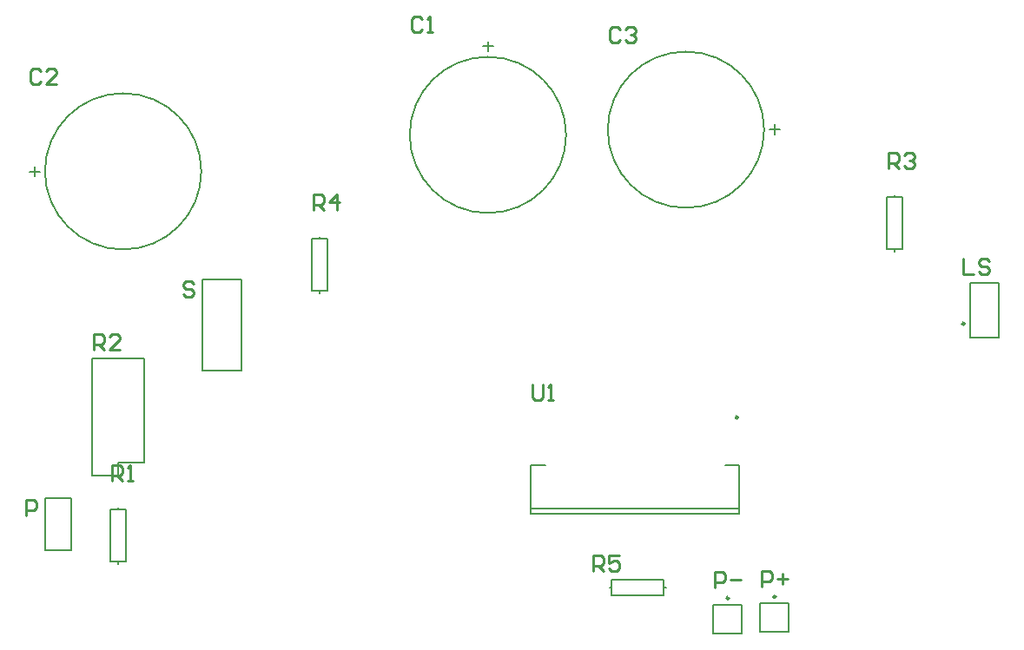
<source format=gto>
G04 Layer_Color=65535*
%FSAX25Y25*%
%MOIN*%
G70*
G01*
G75*
%ADD20C,0.00787*%
%ADD21C,0.00984*%
%ADD22C,0.01000*%
%ADD23C,0.00591*%
D20*
X0430000Y0313500D02*
G03*
X0430000Y0313500I-0030000J0000000D01*
G01*
X0290000Y0299500D02*
G03*
X0290000Y0299500I-0030000J0000000D01*
G01*
X0506000Y0315500D02*
G03*
X0506000Y0315500I-0030000J0000000D01*
G01*
X0596012Y0235488D02*
Y0256512D01*
X0584988Y0235488D02*
Y0256512D01*
X0596012D01*
X0584988Y0235488D02*
X0596012D01*
X0504488Y0122488D02*
Y0133512D01*
Y0122488D02*
X0515512D01*
Y0133512D01*
X0504488D02*
X0515512D01*
X0486488Y0121988D02*
Y0133012D01*
Y0121988D02*
X0497512D01*
Y0133012D01*
X0486488D02*
X0497512D01*
X0230000Y0154000D02*
X0240000D01*
X0230000D02*
Y0174000D01*
X0240000D01*
Y0154000D02*
Y0174000D01*
X0258000Y0149500D02*
X0261000D01*
Y0169500D01*
X0255000D02*
X0261000D01*
X0255000Y0149500D02*
Y0169500D01*
Y0149500D02*
X0258000D01*
Y0169500D02*
Y0170400D01*
Y0148600D02*
Y0149500D01*
X0248000Y0227500D02*
X0268000D01*
X0248000Y0182500D02*
Y0227500D01*
Y0182500D02*
X0258000D01*
Y0187500D01*
X0268000D01*
Y0227500D01*
X0556000Y0269500D02*
X0559000D01*
Y0289500D01*
X0553000D02*
X0559000D01*
X0553000Y0269500D02*
Y0289500D01*
Y0269500D02*
X0556000D01*
Y0289500D02*
Y0290400D01*
Y0268600D02*
Y0269500D01*
X0332500Y0273500D02*
X0335500D01*
X0332500Y0253500D02*
Y0273500D01*
Y0253500D02*
X0338500D01*
Y0273500D01*
X0335500D02*
X0338500D01*
X0335500Y0252600D02*
Y0253500D01*
Y0273500D02*
Y0274400D01*
X0467500Y0139500D02*
Y0142500D01*
X0447500D02*
X0467500D01*
X0447500Y0136500D02*
Y0142500D01*
Y0136500D02*
X0467500D01*
Y0139500D01*
X0446600D02*
X0447500D01*
X0467500D02*
X0468400D01*
X0290500Y0258000D02*
X0305500D01*
Y0223000D02*
Y0258000D01*
X0290500Y0223000D02*
X0305500D01*
X0290500D02*
Y0258000D01*
X0416539Y0186575D02*
X0421957D01*
X0490965D02*
X0496461D01*
X0416539Y0170039D02*
X0496461D01*
X0416539Y0168071D02*
X0496461D01*
Y0186575D01*
X0416539Y0168071D02*
Y0186575D01*
D21*
X0582921Y0241000D02*
G03*
X0582921Y0241000I-0000492J0000000D01*
G01*
X0510492Y0136071D02*
G03*
X0510492Y0136071I-0000492J0000000D01*
G01*
X0492492Y0135571D02*
G03*
X0492492Y0135571I-0000492J0000000D01*
G01*
X0495968Y0205000D02*
G03*
X0495968Y0205000I-0000492J0000000D01*
G01*
D22*
X0374599Y0357998D02*
X0373599Y0358998D01*
X0371600D01*
X0370600Y0357998D01*
Y0354000D01*
X0371600Y0353000D01*
X0373599D01*
X0374599Y0354000D01*
X0376598Y0353000D02*
X0378597D01*
X0377598D01*
Y0358998D01*
X0376598Y0357998D01*
X0228499Y0337898D02*
X0227499Y0338898D01*
X0225500D01*
X0224500Y0337898D01*
Y0333900D01*
X0225500Y0332900D01*
X0227499D01*
X0228499Y0333900D01*
X0234497Y0332900D02*
X0230498D01*
X0234497Y0336899D01*
Y0337898D01*
X0233497Y0338898D01*
X0231498D01*
X0230498Y0337898D01*
X0450599Y0353898D02*
X0449599Y0354898D01*
X0447600D01*
X0446600Y0353898D01*
Y0349900D01*
X0447600Y0348900D01*
X0449599D01*
X0450599Y0349900D01*
X0452598Y0353898D02*
X0453598Y0354898D01*
X0455597D01*
X0456597Y0353898D01*
Y0352899D01*
X0455597Y0351899D01*
X0454597D01*
X0455597D01*
X0456597Y0350899D01*
Y0349900D01*
X0455597Y0348900D01*
X0453598D01*
X0452598Y0349900D01*
X0582400Y0265898D02*
Y0259900D01*
X0586399D01*
X0592397Y0264898D02*
X0591397Y0265898D01*
X0589398D01*
X0588398Y0264898D01*
Y0263899D01*
X0589398Y0262899D01*
X0591397D01*
X0592397Y0261899D01*
Y0260900D01*
X0591397Y0259900D01*
X0589398D01*
X0588398Y0260900D01*
X0505050Y0140050D02*
Y0146048D01*
X0508049D01*
X0509049Y0145048D01*
Y0143049D01*
X0508049Y0142049D01*
X0505050D01*
X0511048Y0143049D02*
X0515047D01*
X0513047Y0145048D02*
Y0141050D01*
X0487050Y0139550D02*
Y0145548D01*
X0490049D01*
X0491049Y0144548D01*
Y0142549D01*
X0490049Y0141549D01*
X0487050D01*
X0493048Y0142549D02*
X0497047D01*
X0222600Y0167400D02*
Y0173398D01*
X0225599D01*
X0226599Y0172398D01*
Y0170399D01*
X0225599Y0169399D01*
X0222600D01*
X0255600Y0180700D02*
Y0186698D01*
X0258599D01*
X0259599Y0185698D01*
Y0183699D01*
X0258599Y0182699D01*
X0255600D01*
X0257599D02*
X0259599Y0180700D01*
X0261598D02*
X0263597D01*
X0262598D01*
Y0186698D01*
X0261598Y0185698D01*
X0248600Y0230900D02*
Y0236898D01*
X0251599D01*
X0252599Y0235898D01*
Y0233899D01*
X0251599Y0232899D01*
X0248600D01*
X0250599D02*
X0252599Y0230900D01*
X0258597D02*
X0254598D01*
X0258597Y0234899D01*
Y0235898D01*
X0257597Y0236898D01*
X0255598D01*
X0254598Y0235898D01*
X0553600Y0300700D02*
Y0306698D01*
X0556599D01*
X0557599Y0305698D01*
Y0303699D01*
X0556599Y0302699D01*
X0553600D01*
X0555599D02*
X0557599Y0300700D01*
X0559598Y0305698D02*
X0560598Y0306698D01*
X0562597D01*
X0563597Y0305698D01*
Y0304699D01*
X0562597Y0303699D01*
X0561597D01*
X0562597D01*
X0563597Y0302699D01*
Y0301700D01*
X0562597Y0300700D01*
X0560598D01*
X0559598Y0301700D01*
X0333150Y0284650D02*
Y0290648D01*
X0336149D01*
X0337149Y0289648D01*
Y0287649D01*
X0336149Y0286649D01*
X0333150D01*
X0335149D02*
X0337149Y0284650D01*
X0342147D02*
Y0290648D01*
X0339148Y0287649D01*
X0343147D01*
X0440300Y0145900D02*
Y0151898D01*
X0443299D01*
X0444299Y0150898D01*
Y0148899D01*
X0443299Y0147899D01*
X0440300D01*
X0442299D02*
X0444299Y0145900D01*
X0450297Y0151898D02*
X0446298D01*
Y0148899D01*
X0448297Y0149899D01*
X0449297D01*
X0450297Y0148899D01*
Y0146900D01*
X0449297Y0145900D01*
X0447298D01*
X0446298Y0146900D01*
X0287099Y0256398D02*
X0286099Y0257398D01*
X0284100D01*
X0283100Y0256398D01*
Y0255399D01*
X0284100Y0254399D01*
X0286099D01*
X0287099Y0253399D01*
Y0252400D01*
X0286099Y0251400D01*
X0284100D01*
X0283100Y0252400D01*
X0417100Y0217698D02*
Y0212700D01*
X0418100Y0211700D01*
X0420099D01*
X0421099Y0212700D01*
Y0217698D01*
X0423098Y0211700D02*
X0425097D01*
X0424098D01*
Y0217698D01*
X0423098Y0216698D01*
D23*
X0399949Y0345515D02*
Y0349451D01*
X0397981Y0347483D02*
X0401917D01*
X0227985Y0299449D02*
X0224049D01*
X0226017Y0297481D02*
Y0301417D01*
X0508015Y0315551D02*
X0511951D01*
X0509983Y0317519D02*
Y0313583D01*
M02*

</source>
